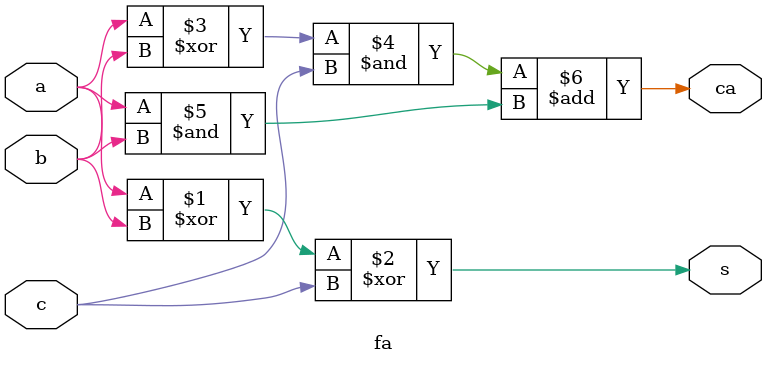
<source format=v>
module fa(a,b,c,s,ca);
  input a,b,c;
  output s,ca;
  
  assign s=((a^b)^c);
  assign ca=(((a^b)&c)+(a&b));
endmodule

</source>
